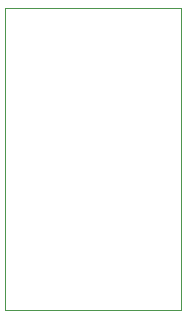
<source format=gbr>
%TF.GenerationSoftware,KiCad,Pcbnew,(7.0.0-0)*%
%TF.CreationDate,2023-03-14T18:39:13-04:00*%
%TF.ProjectId,v3 - habit pcb,7633202d-2068-4616-9269-74207063622e,rev?*%
%TF.SameCoordinates,Original*%
%TF.FileFunction,Profile,NP*%
%FSLAX46Y46*%
G04 Gerber Fmt 4.6, Leading zero omitted, Abs format (unit mm)*
G04 Created by KiCad (PCBNEW (7.0.0-0)) date 2023-03-14 18:39:13*
%MOMM*%
%LPD*%
G01*
G04 APERTURE LIST*
%TA.AperFunction,Profile*%
%ADD10C,0.025400*%
%TD*%
G04 APERTURE END LIST*
D10*
X150975000Y-69600000D02*
X165925000Y-69600000D01*
X165925000Y-69600000D02*
X165925000Y-95200000D01*
X165925000Y-95200000D02*
X150975000Y-95200000D01*
X150975000Y-95200000D02*
X150975000Y-69600000D01*
M02*

</source>
